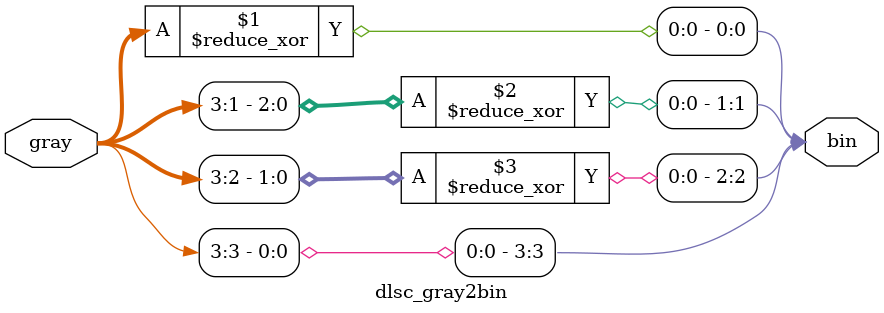
<source format=v>


module dlsc_gray2bin #(
    parameter BITS = 4
) (
    input   wire    [BITS-1:0]  gray,
    output  wire    [BITS-1:0]  bin
);

genvar j;

generate
    for(j=0;j<BITS;j=j+1) begin:GEN_OUT
        assign bin[j] = ^gray[BITS-1:j];
    end
endgenerate

endmodule


</source>
